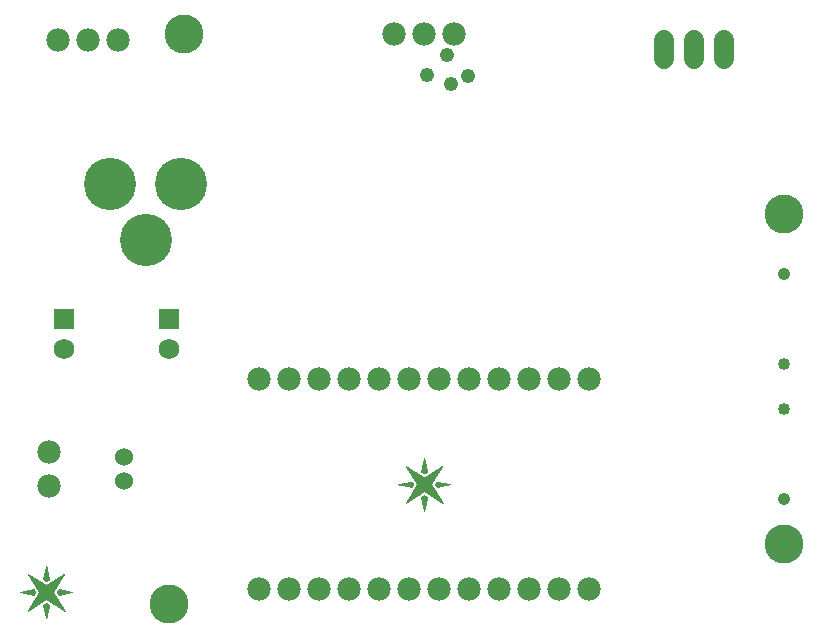
<source format=gts>
G75*
G70*
%OFA0B0*%
%FSLAX24Y24*%
%IPPOS*%
%LPD*%
%AMOC8*
5,1,8,0,0,1.08239X$1,22.5*
%
%ADD10C,0.1300*%
%ADD11C,0.0780*%
%ADD12C,0.0680*%
%ADD13R,0.0690X0.0690*%
%ADD14C,0.0690*%
%ADD15C,0.0600*%
%ADD16C,0.0010*%
%ADD17C,0.1740*%
%ADD18C,0.0400*%
%ADD19C,0.0412*%
%ADD20C,0.0480*%
D10*
X005800Y001325D03*
X026300Y003325D03*
X026300Y014325D03*
X006300Y020325D03*
D11*
X004100Y020125D03*
X003100Y020125D03*
X002100Y020125D03*
X013300Y020325D03*
X014300Y020325D03*
X015300Y020325D03*
X014800Y008825D03*
X015800Y008825D03*
X016800Y008825D03*
X017800Y008825D03*
X018800Y008825D03*
X019800Y008825D03*
X013800Y008825D03*
X012800Y008825D03*
X011800Y008825D03*
X010800Y008825D03*
X009800Y008825D03*
X008800Y008825D03*
X001800Y006395D03*
X001800Y005255D03*
X008800Y001825D03*
X009800Y001825D03*
X010800Y001825D03*
X011800Y001825D03*
X012800Y001825D03*
X013800Y001825D03*
X014800Y001825D03*
X015800Y001825D03*
X016800Y001825D03*
X017800Y001825D03*
X018800Y001825D03*
X019800Y001825D03*
D12*
X022300Y019505D02*
X022300Y020145D01*
X023300Y020145D02*
X023300Y019505D01*
X024300Y019505D02*
X024300Y020145D01*
D13*
X005800Y010825D03*
X002300Y010825D03*
D14*
X002300Y009825D03*
X005800Y009825D03*
D15*
X004300Y006219D03*
X004300Y005431D03*
D16*
X001800Y001295D02*
X001700Y000855D01*
X001600Y001295D01*
X001700Y001365D01*
X001800Y001295D01*
X001800Y001294D02*
X001600Y001294D01*
X001602Y001286D02*
X001798Y001286D01*
X001796Y001277D02*
X001604Y001277D01*
X001606Y001269D02*
X001794Y001269D01*
X001792Y001260D02*
X001608Y001260D01*
X001610Y001252D02*
X001790Y001252D01*
X001788Y001243D02*
X001612Y001243D01*
X001614Y001235D02*
X001786Y001235D01*
X001784Y001226D02*
X001616Y001226D01*
X001618Y001218D02*
X001782Y001218D01*
X001780Y001209D02*
X001620Y001209D01*
X001621Y001201D02*
X001779Y001201D01*
X001777Y001192D02*
X001623Y001192D01*
X001625Y001184D02*
X001775Y001184D01*
X001773Y001175D02*
X001627Y001175D01*
X001629Y001167D02*
X001771Y001167D01*
X001769Y001158D02*
X001631Y001158D01*
X001633Y001150D02*
X001767Y001150D01*
X001765Y001141D02*
X001635Y001141D01*
X001637Y001133D02*
X001763Y001133D01*
X001761Y001124D02*
X001639Y001124D01*
X001641Y001116D02*
X001759Y001116D01*
X001757Y001107D02*
X001643Y001107D01*
X001645Y001099D02*
X001755Y001099D01*
X001753Y001090D02*
X001647Y001090D01*
X001649Y001082D02*
X001751Y001082D01*
X001750Y001073D02*
X001650Y001073D01*
X001652Y001065D02*
X001748Y001065D01*
X001746Y001056D02*
X001654Y001056D01*
X001656Y001048D02*
X001744Y001048D01*
X001742Y001039D02*
X001658Y001039D01*
X001660Y001031D02*
X001740Y001031D01*
X001738Y001022D02*
X001662Y001022D01*
X001664Y001014D02*
X001736Y001014D01*
X001734Y001005D02*
X001666Y001005D01*
X001668Y000997D02*
X001732Y000997D01*
X001730Y000988D02*
X001670Y000988D01*
X001672Y000980D02*
X001728Y000980D01*
X001726Y000971D02*
X001674Y000971D01*
X001676Y000963D02*
X001724Y000963D01*
X001723Y000954D02*
X001677Y000954D01*
X001679Y000946D02*
X001721Y000946D01*
X001719Y000937D02*
X001681Y000937D01*
X001683Y000929D02*
X001717Y000929D01*
X001715Y000920D02*
X001685Y000920D01*
X001687Y000912D02*
X001713Y000912D01*
X001711Y000903D02*
X001689Y000903D01*
X001691Y000895D02*
X001709Y000895D01*
X001707Y000886D02*
X001693Y000886D01*
X001695Y000878D02*
X001705Y000878D01*
X001703Y000869D02*
X001697Y000869D01*
X001699Y000861D02*
X001701Y000861D01*
X001700Y001515D02*
X002320Y001105D01*
X001920Y001735D01*
X002300Y002345D01*
X001700Y001955D01*
X001090Y002335D01*
X001470Y001735D01*
X001090Y001115D01*
X001700Y001515D01*
X001713Y001507D02*
X002065Y001507D01*
X002060Y001515D02*
X001335Y001515D01*
X001330Y001507D02*
X001687Y001507D01*
X001674Y001498D02*
X001325Y001498D01*
X001320Y001490D02*
X001661Y001490D01*
X001648Y001481D02*
X001314Y001481D01*
X001309Y001473D02*
X001635Y001473D01*
X001622Y001464D02*
X001304Y001464D01*
X001299Y001456D02*
X001609Y001456D01*
X001596Y001447D02*
X001294Y001447D01*
X001288Y001439D02*
X001583Y001439D01*
X001570Y001430D02*
X001283Y001430D01*
X001278Y001422D02*
X001557Y001422D01*
X001544Y001413D02*
X001273Y001413D01*
X001267Y001405D02*
X001532Y001405D01*
X001519Y001396D02*
X001262Y001396D01*
X001257Y001388D02*
X001506Y001388D01*
X001493Y001379D02*
X001252Y001379D01*
X001247Y001371D02*
X001480Y001371D01*
X001467Y001362D02*
X001241Y001362D01*
X001236Y001354D02*
X001454Y001354D01*
X001441Y001345D02*
X001231Y001345D01*
X001226Y001337D02*
X001428Y001337D01*
X001415Y001328D02*
X001221Y001328D01*
X001215Y001320D02*
X001402Y001320D01*
X001389Y001311D02*
X001210Y001311D01*
X001205Y001303D02*
X001376Y001303D01*
X001363Y001294D02*
X001200Y001294D01*
X001195Y001286D02*
X001350Y001286D01*
X001337Y001277D02*
X001189Y001277D01*
X001184Y001269D02*
X001324Y001269D01*
X001311Y001260D02*
X001179Y001260D01*
X001174Y001252D02*
X001298Y001252D01*
X001285Y001243D02*
X001168Y001243D01*
X001163Y001235D02*
X001272Y001235D01*
X001259Y001226D02*
X001158Y001226D01*
X001153Y001218D02*
X001246Y001218D01*
X001233Y001209D02*
X001148Y001209D01*
X001142Y001201D02*
X001220Y001201D01*
X001207Y001192D02*
X001137Y001192D01*
X001132Y001184D02*
X001194Y001184D01*
X001182Y001175D02*
X001127Y001175D01*
X001122Y001167D02*
X001169Y001167D01*
X001156Y001158D02*
X001116Y001158D01*
X001111Y001150D02*
X001143Y001150D01*
X001130Y001141D02*
X001106Y001141D01*
X001101Y001133D02*
X001117Y001133D01*
X001104Y001124D02*
X001096Y001124D01*
X001091Y001116D02*
X001090Y001116D01*
X001340Y001524D02*
X002054Y001524D01*
X002049Y001532D02*
X001346Y001532D01*
X001351Y001541D02*
X002043Y001541D01*
X002038Y001549D02*
X001356Y001549D01*
X001361Y001558D02*
X002033Y001558D01*
X002027Y001566D02*
X001366Y001566D01*
X001372Y001575D02*
X002022Y001575D01*
X002016Y001583D02*
X001377Y001583D01*
X001382Y001592D02*
X002011Y001592D01*
X002006Y001600D02*
X001387Y001600D01*
X001392Y001609D02*
X002000Y001609D01*
X001995Y001617D02*
X001398Y001617D01*
X001403Y001626D02*
X001990Y001626D01*
X001984Y001634D02*
X001408Y001634D01*
X001413Y001643D02*
X001979Y001643D01*
X001973Y001651D02*
X001419Y001651D01*
X001424Y001660D02*
X001968Y001660D01*
X001963Y001668D02*
X001429Y001668D01*
X001434Y001677D02*
X001957Y001677D01*
X001952Y001685D02*
X001439Y001685D01*
X001445Y001694D02*
X001946Y001694D01*
X001941Y001702D02*
X001450Y001702D01*
X001455Y001711D02*
X001936Y001711D01*
X001930Y001719D02*
X001460Y001719D01*
X001465Y001728D02*
X001925Y001728D01*
X001921Y001736D02*
X001469Y001736D01*
X001464Y001745D02*
X001926Y001745D01*
X001931Y001753D02*
X001459Y001753D01*
X001453Y001762D02*
X001937Y001762D01*
X001942Y001770D02*
X001448Y001770D01*
X001442Y001779D02*
X001947Y001779D01*
X001952Y001787D02*
X001437Y001787D01*
X001432Y001796D02*
X001958Y001796D01*
X001963Y001804D02*
X001426Y001804D01*
X001421Y001813D02*
X001968Y001813D01*
X001974Y001821D02*
X001416Y001821D01*
X001410Y001830D02*
X001979Y001830D01*
X001984Y001838D02*
X001405Y001838D01*
X001399Y001847D02*
X001989Y001847D01*
X001995Y001855D02*
X001394Y001855D01*
X001389Y001864D02*
X002000Y001864D01*
X002005Y001872D02*
X001383Y001872D01*
X001378Y001881D02*
X002011Y001881D01*
X002016Y001889D02*
X001372Y001889D01*
X001367Y001898D02*
X002021Y001898D01*
X002027Y001906D02*
X001362Y001906D01*
X001356Y001915D02*
X002032Y001915D01*
X002037Y001923D02*
X001351Y001923D01*
X001346Y001932D02*
X002042Y001932D01*
X002048Y001940D02*
X001340Y001940D01*
X001335Y001949D02*
X002053Y001949D01*
X002058Y001957D02*
X001703Y001957D01*
X001697Y001957D02*
X001329Y001957D01*
X001324Y001966D02*
X001683Y001966D01*
X001669Y001974D02*
X001319Y001974D01*
X001313Y001983D02*
X001656Y001983D01*
X001642Y001991D02*
X001308Y001991D01*
X001302Y002000D02*
X001628Y002000D01*
X001615Y002008D02*
X001297Y002008D01*
X001292Y002017D02*
X001601Y002017D01*
X001588Y002025D02*
X001286Y002025D01*
X001281Y002034D02*
X001574Y002034D01*
X001560Y002042D02*
X001276Y002042D01*
X001270Y002051D02*
X001547Y002051D01*
X001533Y002059D02*
X001265Y002059D01*
X001259Y002068D02*
X001519Y002068D01*
X001506Y002076D02*
X001254Y002076D01*
X001249Y002085D02*
X001492Y002085D01*
X001478Y002093D02*
X001243Y002093D01*
X001238Y002102D02*
X001465Y002102D01*
X001451Y002110D02*
X001232Y002110D01*
X001227Y002119D02*
X001437Y002119D01*
X001424Y002127D02*
X001222Y002127D01*
X001216Y002136D02*
X001410Y002136D01*
X001397Y002144D02*
X001211Y002144D01*
X001206Y002153D02*
X001383Y002153D01*
X001369Y002161D02*
X001200Y002161D01*
X001195Y002170D02*
X001356Y002170D01*
X001342Y002178D02*
X001189Y002178D01*
X001184Y002187D02*
X001328Y002187D01*
X001315Y002195D02*
X001179Y002195D01*
X001173Y002204D02*
X001301Y002204D01*
X001287Y002212D02*
X001168Y002212D01*
X001162Y002221D02*
X001274Y002221D01*
X001260Y002229D02*
X001157Y002229D01*
X001152Y002238D02*
X001246Y002238D01*
X001233Y002246D02*
X001146Y002246D01*
X001141Y002255D02*
X001219Y002255D01*
X001205Y002263D02*
X001136Y002263D01*
X001130Y002272D02*
X001192Y002272D01*
X001178Y002280D02*
X001125Y002280D01*
X001119Y002289D02*
X001165Y002289D01*
X001151Y002297D02*
X001114Y002297D01*
X001109Y002306D02*
X001137Y002306D01*
X001124Y002314D02*
X001103Y002314D01*
X001098Y002323D02*
X001110Y002323D01*
X001096Y002331D02*
X001092Y002331D01*
X001173Y001804D02*
X001294Y001804D01*
X001300Y001796D02*
X001129Y001796D01*
X001086Y001787D02*
X001305Y001787D01*
X001311Y001779D02*
X001043Y001779D01*
X000999Y001770D02*
X001317Y001770D01*
X001322Y001762D02*
X000956Y001762D01*
X000912Y001753D02*
X001328Y001753D01*
X001334Y001745D02*
X000869Y001745D01*
X000858Y001728D02*
X001335Y001728D01*
X001340Y001735D02*
X001280Y001825D01*
X000820Y001735D01*
X001280Y001645D01*
X001340Y001735D01*
X001339Y001736D02*
X000825Y001736D01*
X000902Y001719D02*
X001329Y001719D01*
X001324Y001711D02*
X000945Y001711D01*
X000988Y001702D02*
X001318Y001702D01*
X001312Y001694D02*
X001032Y001694D01*
X001075Y001685D02*
X001307Y001685D01*
X001301Y001677D02*
X001119Y001677D01*
X001162Y001668D02*
X001295Y001668D01*
X001290Y001660D02*
X001206Y001660D01*
X001249Y001651D02*
X001284Y001651D01*
X001288Y001813D02*
X001216Y001813D01*
X001260Y001821D02*
X001283Y001821D01*
X001716Y001966D02*
X002064Y001966D01*
X002069Y001974D02*
X001729Y001974D01*
X001742Y001983D02*
X002074Y001983D01*
X002080Y001991D02*
X001755Y001991D01*
X001769Y002000D02*
X002085Y002000D01*
X002090Y002008D02*
X001782Y002008D01*
X001795Y002017D02*
X002095Y002017D01*
X002101Y002025D02*
X001808Y002025D01*
X001821Y002034D02*
X002106Y002034D01*
X002111Y002042D02*
X001834Y002042D01*
X001847Y002051D02*
X002117Y002051D01*
X002122Y002059D02*
X001860Y002059D01*
X001873Y002068D02*
X002127Y002068D01*
X002132Y002076D02*
X001886Y002076D01*
X001899Y002085D02*
X002138Y002085D01*
X002143Y002093D02*
X001912Y002093D01*
X001925Y002102D02*
X002148Y002102D01*
X002154Y002110D02*
X001939Y002110D01*
X001952Y002119D02*
X002159Y002119D01*
X002164Y002127D02*
X001965Y002127D01*
X001978Y002136D02*
X002170Y002136D01*
X002175Y002144D02*
X001991Y002144D01*
X002004Y002153D02*
X002180Y002153D01*
X002185Y002161D02*
X002017Y002161D01*
X002030Y002170D02*
X002191Y002170D01*
X002196Y002178D02*
X002043Y002178D01*
X002056Y002187D02*
X002201Y002187D01*
X002207Y002195D02*
X002069Y002195D01*
X002082Y002204D02*
X002212Y002204D01*
X002217Y002212D02*
X002095Y002212D01*
X002109Y002221D02*
X002222Y002221D01*
X002228Y002229D02*
X002122Y002229D01*
X002135Y002238D02*
X002233Y002238D01*
X002238Y002246D02*
X002148Y002246D01*
X002161Y002255D02*
X002244Y002255D01*
X002249Y002263D02*
X002174Y002263D01*
X002187Y002272D02*
X002254Y002272D01*
X002260Y002280D02*
X002200Y002280D01*
X002213Y002289D02*
X002265Y002289D01*
X002270Y002297D02*
X002226Y002297D01*
X002239Y002306D02*
X002275Y002306D01*
X002281Y002314D02*
X002252Y002314D01*
X002265Y002323D02*
X002286Y002323D01*
X002291Y002331D02*
X002279Y002331D01*
X002292Y002340D02*
X002297Y002340D01*
X001784Y002229D02*
X001616Y002229D01*
X001614Y002221D02*
X001786Y002221D01*
X001788Y002212D02*
X001612Y002212D01*
X001611Y002204D02*
X001789Y002204D01*
X001791Y002195D02*
X001609Y002195D01*
X001607Y002187D02*
X001793Y002187D01*
X001795Y002178D02*
X001605Y002178D01*
X001603Y002170D02*
X001797Y002170D01*
X001799Y002161D02*
X001601Y002161D01*
X001600Y002155D02*
X001700Y002095D01*
X001800Y002155D01*
X001700Y002615D01*
X001600Y002155D01*
X001604Y002153D02*
X001796Y002153D01*
X001782Y002144D02*
X001618Y002144D01*
X001632Y002136D02*
X001768Y002136D01*
X001753Y002127D02*
X001647Y002127D01*
X001661Y002119D02*
X001739Y002119D01*
X001725Y002110D02*
X001675Y002110D01*
X001689Y002102D02*
X001711Y002102D01*
X001782Y002238D02*
X001618Y002238D01*
X001620Y002246D02*
X001780Y002246D01*
X001778Y002255D02*
X001622Y002255D01*
X001623Y002263D02*
X001777Y002263D01*
X001775Y002272D02*
X001625Y002272D01*
X001627Y002280D02*
X001773Y002280D01*
X001771Y002289D02*
X001629Y002289D01*
X001631Y002297D02*
X001769Y002297D01*
X001767Y002306D02*
X001633Y002306D01*
X001635Y002314D02*
X001765Y002314D01*
X001764Y002323D02*
X001636Y002323D01*
X001638Y002331D02*
X001762Y002331D01*
X001760Y002340D02*
X001640Y002340D01*
X001642Y002348D02*
X001758Y002348D01*
X001756Y002357D02*
X001644Y002357D01*
X001646Y002365D02*
X001754Y002365D01*
X001752Y002374D02*
X001648Y002374D01*
X001649Y002382D02*
X001751Y002382D01*
X001749Y002391D02*
X001651Y002391D01*
X001653Y002399D02*
X001747Y002399D01*
X001745Y002408D02*
X001655Y002408D01*
X001657Y002416D02*
X001743Y002416D01*
X001741Y002425D02*
X001659Y002425D01*
X001660Y002433D02*
X001740Y002433D01*
X001738Y002442D02*
X001662Y002442D01*
X001664Y002450D02*
X001736Y002450D01*
X001734Y002459D02*
X001666Y002459D01*
X001668Y002467D02*
X001732Y002467D01*
X001730Y002476D02*
X001670Y002476D01*
X001672Y002484D02*
X001728Y002484D01*
X001727Y002493D02*
X001673Y002493D01*
X001675Y002501D02*
X001725Y002501D01*
X001723Y002510D02*
X001677Y002510D01*
X001679Y002518D02*
X001721Y002518D01*
X001719Y002527D02*
X001681Y002527D01*
X001683Y002535D02*
X001717Y002535D01*
X001716Y002544D02*
X001684Y002544D01*
X001686Y002552D02*
X001714Y002552D01*
X001712Y002561D02*
X001688Y002561D01*
X001690Y002569D02*
X001710Y002569D01*
X001708Y002578D02*
X001692Y002578D01*
X001694Y002586D02*
X001706Y002586D01*
X001704Y002595D02*
X001696Y002595D01*
X001697Y002603D02*
X001703Y002603D01*
X001699Y002612D02*
X001701Y002612D01*
X002120Y001825D02*
X002560Y001735D01*
X002120Y001645D01*
X002060Y001735D01*
X002120Y001825D01*
X002117Y001821D02*
X002139Y001821D01*
X002112Y001813D02*
X002181Y001813D01*
X002222Y001804D02*
X002106Y001804D01*
X002100Y001796D02*
X002264Y001796D01*
X002306Y001787D02*
X002095Y001787D01*
X002089Y001779D02*
X002347Y001779D01*
X002389Y001770D02*
X002083Y001770D01*
X002078Y001762D02*
X002430Y001762D01*
X002472Y001753D02*
X002072Y001753D01*
X002066Y001745D02*
X002513Y001745D01*
X002524Y001728D02*
X002065Y001728D01*
X002061Y001736D02*
X002555Y001736D01*
X002482Y001719D02*
X002071Y001719D01*
X002076Y001711D02*
X002440Y001711D01*
X002399Y001702D02*
X002082Y001702D01*
X002088Y001694D02*
X002357Y001694D01*
X002316Y001685D02*
X002093Y001685D01*
X002099Y001677D02*
X002274Y001677D01*
X002233Y001668D02*
X002105Y001668D01*
X002110Y001660D02*
X002191Y001660D01*
X002150Y001651D02*
X002116Y001651D01*
X002070Y001498D02*
X001726Y001498D01*
X001739Y001490D02*
X002076Y001490D01*
X002081Y001481D02*
X001751Y001481D01*
X001764Y001473D02*
X002087Y001473D01*
X002092Y001464D02*
X001777Y001464D01*
X001790Y001456D02*
X002097Y001456D01*
X002103Y001447D02*
X001803Y001447D01*
X001816Y001439D02*
X002108Y001439D01*
X002114Y001430D02*
X001828Y001430D01*
X001841Y001422D02*
X002119Y001422D01*
X002124Y001413D02*
X001854Y001413D01*
X001867Y001405D02*
X002130Y001405D01*
X002135Y001396D02*
X001880Y001396D01*
X001893Y001388D02*
X002141Y001388D01*
X002146Y001379D02*
X001906Y001379D01*
X001918Y001371D02*
X002151Y001371D01*
X002157Y001362D02*
X001931Y001362D01*
X001944Y001354D02*
X002162Y001354D01*
X002168Y001345D02*
X001957Y001345D01*
X001970Y001337D02*
X002173Y001337D01*
X002178Y001328D02*
X001983Y001328D01*
X001996Y001320D02*
X002184Y001320D01*
X002189Y001311D02*
X002008Y001311D01*
X002021Y001303D02*
X002195Y001303D01*
X002200Y001294D02*
X002034Y001294D01*
X002047Y001286D02*
X002205Y001286D01*
X002211Y001277D02*
X002060Y001277D01*
X002073Y001269D02*
X002216Y001269D01*
X002222Y001260D02*
X002086Y001260D01*
X002098Y001252D02*
X002227Y001252D01*
X002232Y001243D02*
X002111Y001243D01*
X002124Y001235D02*
X002238Y001235D01*
X002243Y001226D02*
X002137Y001226D01*
X002150Y001218D02*
X002249Y001218D01*
X002254Y001209D02*
X002163Y001209D01*
X002176Y001201D02*
X002259Y001201D01*
X002265Y001192D02*
X002188Y001192D01*
X002201Y001184D02*
X002270Y001184D01*
X002276Y001175D02*
X002214Y001175D01*
X002227Y001167D02*
X002281Y001167D01*
X002286Y001158D02*
X002240Y001158D01*
X002253Y001150D02*
X002292Y001150D01*
X002297Y001141D02*
X002266Y001141D01*
X002278Y001133D02*
X002303Y001133D01*
X002308Y001124D02*
X002291Y001124D01*
X002304Y001116D02*
X002313Y001116D01*
X002317Y001107D02*
X002319Y001107D01*
X001789Y001303D02*
X001611Y001303D01*
X001623Y001311D02*
X001777Y001311D01*
X001765Y001320D02*
X001635Y001320D01*
X001647Y001328D02*
X001753Y001328D01*
X001741Y001337D02*
X001659Y001337D01*
X001671Y001345D02*
X001729Y001345D01*
X001716Y001354D02*
X001684Y001354D01*
X001696Y001362D02*
X001704Y001362D01*
X013420Y005325D02*
X013880Y005415D01*
X013940Y005325D01*
X013880Y005235D01*
X013420Y005325D01*
X013429Y005323D02*
X013939Y005323D01*
X013936Y005332D02*
X013454Y005332D01*
X013473Y005315D02*
X013933Y005315D01*
X013927Y005306D02*
X013516Y005306D01*
X013497Y005340D02*
X013930Y005340D01*
X013924Y005349D02*
X013541Y005349D01*
X013584Y005357D02*
X013919Y005357D01*
X013913Y005366D02*
X013628Y005366D01*
X013671Y005374D02*
X013907Y005374D01*
X013902Y005383D02*
X013715Y005383D01*
X013758Y005391D02*
X013896Y005391D01*
X013890Y005400D02*
X013802Y005400D01*
X013845Y005408D02*
X013885Y005408D01*
X013980Y005468D02*
X014609Y005468D01*
X014614Y005476D02*
X013974Y005476D01*
X013969Y005485D02*
X014619Y005485D01*
X014625Y005493D02*
X013964Y005493D01*
X013958Y005502D02*
X014630Y005502D01*
X014635Y005510D02*
X013953Y005510D01*
X013947Y005519D02*
X014641Y005519D01*
X014646Y005527D02*
X013942Y005527D01*
X013937Y005536D02*
X014651Y005536D01*
X014657Y005544D02*
X013931Y005544D01*
X013926Y005553D02*
X014288Y005553D01*
X014300Y005545D02*
X013690Y005925D01*
X014070Y005325D01*
X013690Y004705D01*
X014300Y005105D01*
X014920Y004695D01*
X014520Y005325D01*
X014900Y005935D01*
X014300Y005545D01*
X014312Y005553D02*
X014662Y005553D01*
X014667Y005561D02*
X014325Y005561D01*
X014338Y005570D02*
X014672Y005570D01*
X014678Y005578D02*
X014351Y005578D01*
X014364Y005587D02*
X014683Y005587D01*
X014688Y005595D02*
X014377Y005595D01*
X014390Y005604D02*
X014694Y005604D01*
X014699Y005612D02*
X014403Y005612D01*
X014416Y005621D02*
X014704Y005621D01*
X014709Y005629D02*
X014429Y005629D01*
X014443Y005638D02*
X014715Y005638D01*
X014720Y005646D02*
X014456Y005646D01*
X014469Y005655D02*
X014725Y005655D01*
X014731Y005663D02*
X014482Y005663D01*
X014495Y005672D02*
X014736Y005672D01*
X014741Y005680D02*
X014508Y005680D01*
X014521Y005689D02*
X014747Y005689D01*
X014752Y005697D02*
X014534Y005697D01*
X014547Y005706D02*
X014757Y005706D01*
X014762Y005714D02*
X014560Y005714D01*
X014573Y005723D02*
X014768Y005723D01*
X014773Y005731D02*
X014586Y005731D01*
X014599Y005740D02*
X014778Y005740D01*
X014784Y005748D02*
X014613Y005748D01*
X014626Y005757D02*
X014789Y005757D01*
X014794Y005765D02*
X014639Y005765D01*
X014652Y005774D02*
X014799Y005774D01*
X014805Y005782D02*
X014665Y005782D01*
X014678Y005791D02*
X014810Y005791D01*
X014815Y005799D02*
X014691Y005799D01*
X014704Y005808D02*
X014821Y005808D01*
X014826Y005816D02*
X014717Y005816D01*
X014730Y005825D02*
X014831Y005825D01*
X014837Y005833D02*
X014743Y005833D01*
X014756Y005842D02*
X014842Y005842D01*
X014847Y005850D02*
X014769Y005850D01*
X014783Y005859D02*
X014852Y005859D01*
X014858Y005867D02*
X014796Y005867D01*
X014809Y005876D02*
X014863Y005876D01*
X014868Y005884D02*
X014822Y005884D01*
X014835Y005893D02*
X014874Y005893D01*
X014879Y005901D02*
X014848Y005901D01*
X014861Y005910D02*
X014884Y005910D01*
X014890Y005918D02*
X014874Y005918D01*
X014887Y005927D02*
X014895Y005927D01*
X014385Y005816D02*
X014215Y005816D01*
X014214Y005808D02*
X014386Y005808D01*
X014388Y005799D02*
X014212Y005799D01*
X014210Y005791D02*
X014390Y005791D01*
X014392Y005782D02*
X014208Y005782D01*
X014206Y005774D02*
X014394Y005774D01*
X014396Y005765D02*
X014204Y005765D01*
X014203Y005757D02*
X014397Y005757D01*
X014399Y005748D02*
X014201Y005748D01*
X014200Y005745D02*
X014300Y005685D01*
X014400Y005745D01*
X014300Y006205D01*
X014200Y005745D01*
X014209Y005740D02*
X014391Y005740D01*
X014377Y005731D02*
X014223Y005731D01*
X014237Y005723D02*
X014363Y005723D01*
X014349Y005714D02*
X014251Y005714D01*
X014266Y005706D02*
X014334Y005706D01*
X014320Y005697D02*
X014280Y005697D01*
X014294Y005689D02*
X014306Y005689D01*
X014233Y005587D02*
X013904Y005587D01*
X013899Y005595D02*
X014219Y005595D01*
X014206Y005604D02*
X013894Y005604D01*
X013888Y005612D02*
X014192Y005612D01*
X014179Y005621D02*
X013883Y005621D01*
X013877Y005629D02*
X014165Y005629D01*
X014151Y005638D02*
X013872Y005638D01*
X013867Y005646D02*
X014138Y005646D01*
X014124Y005655D02*
X013861Y005655D01*
X013856Y005663D02*
X014110Y005663D01*
X014097Y005672D02*
X013850Y005672D01*
X013845Y005680D02*
X014083Y005680D01*
X014069Y005689D02*
X013840Y005689D01*
X013834Y005697D02*
X014056Y005697D01*
X014042Y005706D02*
X013829Y005706D01*
X013824Y005714D02*
X014028Y005714D01*
X014015Y005723D02*
X013818Y005723D01*
X013813Y005731D02*
X014001Y005731D01*
X013988Y005740D02*
X013807Y005740D01*
X013802Y005748D02*
X013974Y005748D01*
X013960Y005757D02*
X013797Y005757D01*
X013791Y005765D02*
X013947Y005765D01*
X013933Y005774D02*
X013786Y005774D01*
X013780Y005782D02*
X013919Y005782D01*
X013906Y005791D02*
X013775Y005791D01*
X013770Y005799D02*
X013892Y005799D01*
X013878Y005808D02*
X013764Y005808D01*
X013759Y005816D02*
X013865Y005816D01*
X013851Y005825D02*
X013754Y005825D01*
X013748Y005833D02*
X013837Y005833D01*
X013824Y005842D02*
X013743Y005842D01*
X013737Y005850D02*
X013810Y005850D01*
X013796Y005859D02*
X013732Y005859D01*
X013727Y005867D02*
X013783Y005867D01*
X013769Y005876D02*
X013721Y005876D01*
X013716Y005884D02*
X013756Y005884D01*
X013742Y005893D02*
X013710Y005893D01*
X013705Y005901D02*
X013728Y005901D01*
X013715Y005910D02*
X013700Y005910D01*
X013701Y005918D02*
X013694Y005918D01*
X013910Y005578D02*
X014247Y005578D01*
X014260Y005570D02*
X013915Y005570D01*
X013920Y005561D02*
X014274Y005561D01*
X014217Y005825D02*
X014383Y005825D01*
X014381Y005833D02*
X014219Y005833D01*
X014221Y005842D02*
X014379Y005842D01*
X014377Y005850D02*
X014223Y005850D01*
X014225Y005859D02*
X014375Y005859D01*
X014373Y005867D02*
X014227Y005867D01*
X014228Y005876D02*
X014372Y005876D01*
X014370Y005884D02*
X014230Y005884D01*
X014232Y005893D02*
X014368Y005893D01*
X014366Y005901D02*
X014234Y005901D01*
X014236Y005910D02*
X014364Y005910D01*
X014362Y005918D02*
X014238Y005918D01*
X014239Y005927D02*
X014361Y005927D01*
X014359Y005935D02*
X014241Y005935D01*
X014243Y005944D02*
X014357Y005944D01*
X014355Y005952D02*
X014245Y005952D01*
X014247Y005961D02*
X014353Y005961D01*
X014351Y005969D02*
X014249Y005969D01*
X014251Y005978D02*
X014349Y005978D01*
X014348Y005986D02*
X014252Y005986D01*
X014254Y005995D02*
X014346Y005995D01*
X014344Y006003D02*
X014256Y006003D01*
X014258Y006012D02*
X014342Y006012D01*
X014340Y006020D02*
X014260Y006020D01*
X014262Y006029D02*
X014338Y006029D01*
X014336Y006037D02*
X014264Y006037D01*
X014265Y006046D02*
X014335Y006046D01*
X014333Y006054D02*
X014267Y006054D01*
X014269Y006063D02*
X014331Y006063D01*
X014329Y006071D02*
X014271Y006071D01*
X014273Y006080D02*
X014327Y006080D01*
X014325Y006088D02*
X014275Y006088D01*
X014276Y006097D02*
X014324Y006097D01*
X014322Y006105D02*
X014278Y006105D01*
X014280Y006114D02*
X014320Y006114D01*
X014318Y006122D02*
X014282Y006122D01*
X014284Y006131D02*
X014316Y006131D01*
X014314Y006139D02*
X014286Y006139D01*
X014288Y006148D02*
X014312Y006148D01*
X014311Y006156D02*
X014289Y006156D01*
X014291Y006165D02*
X014309Y006165D01*
X014307Y006173D02*
X014293Y006173D01*
X014295Y006182D02*
X014305Y006182D01*
X014303Y006190D02*
X014297Y006190D01*
X014299Y006199D02*
X014301Y006199D01*
X014604Y005459D02*
X013985Y005459D01*
X013990Y005451D02*
X014598Y005451D01*
X014593Y005442D02*
X013996Y005442D01*
X014001Y005434D02*
X014588Y005434D01*
X014582Y005425D02*
X014007Y005425D01*
X014012Y005417D02*
X014577Y005417D01*
X014572Y005408D02*
X014017Y005408D01*
X014023Y005400D02*
X014567Y005400D01*
X014561Y005391D02*
X014028Y005391D01*
X014033Y005383D02*
X014556Y005383D01*
X014551Y005374D02*
X014039Y005374D01*
X014044Y005366D02*
X014545Y005366D01*
X014540Y005357D02*
X014050Y005357D01*
X014055Y005349D02*
X014535Y005349D01*
X014529Y005340D02*
X014060Y005340D01*
X014066Y005332D02*
X014524Y005332D01*
X014521Y005323D02*
X014069Y005323D01*
X014064Y005315D02*
X014527Y005315D01*
X014532Y005306D02*
X014058Y005306D01*
X014053Y005298D02*
X014537Y005298D01*
X014543Y005289D02*
X014048Y005289D01*
X014043Y005281D02*
X014548Y005281D01*
X014554Y005272D02*
X014038Y005272D01*
X014032Y005264D02*
X014559Y005264D01*
X014564Y005255D02*
X014027Y005255D01*
X014022Y005247D02*
X014570Y005247D01*
X014575Y005238D02*
X014017Y005238D01*
X014012Y005230D02*
X014581Y005230D01*
X014586Y005221D02*
X014006Y005221D01*
X014001Y005213D02*
X014591Y005213D01*
X014597Y005204D02*
X013996Y005204D01*
X013991Y005196D02*
X014602Y005196D01*
X014608Y005187D02*
X013986Y005187D01*
X013980Y005179D02*
X014613Y005179D01*
X014618Y005170D02*
X013975Y005170D01*
X013970Y005162D02*
X014624Y005162D01*
X014629Y005153D02*
X013965Y005153D01*
X013959Y005145D02*
X014635Y005145D01*
X014640Y005136D02*
X013954Y005136D01*
X013949Y005128D02*
X014645Y005128D01*
X014651Y005119D02*
X013944Y005119D01*
X013939Y005111D02*
X014656Y005111D01*
X014661Y005102D02*
X014304Y005102D01*
X014296Y005102D02*
X013933Y005102D01*
X013928Y005094D02*
X014283Y005094D01*
X014270Y005085D02*
X013923Y005085D01*
X013918Y005077D02*
X014257Y005077D01*
X014244Y005068D02*
X013913Y005068D01*
X013907Y005060D02*
X014231Y005060D01*
X014218Y005051D02*
X013902Y005051D01*
X013897Y005043D02*
X014205Y005043D01*
X014192Y005034D02*
X013892Y005034D01*
X013887Y005026D02*
X014179Y005026D01*
X014166Y005017D02*
X013881Y005017D01*
X013876Y005009D02*
X014153Y005009D01*
X014140Y005000D02*
X013871Y005000D01*
X013866Y004992D02*
X014127Y004992D01*
X014114Y004983D02*
X013860Y004983D01*
X013855Y004975D02*
X014101Y004975D01*
X014088Y004966D02*
X013850Y004966D01*
X013845Y004958D02*
X014075Y004958D01*
X014062Y004949D02*
X013840Y004949D01*
X013834Y004941D02*
X014049Y004941D01*
X014036Y004932D02*
X013829Y004932D01*
X013824Y004924D02*
X014023Y004924D01*
X014010Y004915D02*
X013819Y004915D01*
X013814Y004907D02*
X013997Y004907D01*
X013985Y004898D02*
X013808Y004898D01*
X013803Y004890D02*
X013972Y004890D01*
X013959Y004881D02*
X013798Y004881D01*
X013793Y004873D02*
X013946Y004873D01*
X013933Y004864D02*
X013788Y004864D01*
X013782Y004856D02*
X013920Y004856D01*
X013907Y004847D02*
X013777Y004847D01*
X013772Y004839D02*
X013894Y004839D01*
X013881Y004830D02*
X013767Y004830D01*
X013761Y004822D02*
X013868Y004822D01*
X013855Y004813D02*
X013756Y004813D01*
X013751Y004805D02*
X013842Y004805D01*
X013829Y004796D02*
X013746Y004796D01*
X013741Y004788D02*
X013816Y004788D01*
X013803Y004779D02*
X013735Y004779D01*
X013730Y004771D02*
X013790Y004771D01*
X013777Y004762D02*
X013725Y004762D01*
X013720Y004754D02*
X013764Y004754D01*
X013751Y004745D02*
X013715Y004745D01*
X013709Y004737D02*
X013738Y004737D01*
X013725Y004728D02*
X013704Y004728D01*
X013699Y004720D02*
X013712Y004720D01*
X013699Y004711D02*
X013694Y004711D01*
X014212Y004830D02*
X014388Y004830D01*
X014386Y004822D02*
X014214Y004822D01*
X014216Y004813D02*
X014384Y004813D01*
X014382Y004805D02*
X014218Y004805D01*
X014220Y004796D02*
X014380Y004796D01*
X014378Y004788D02*
X014222Y004788D01*
X014224Y004779D02*
X014376Y004779D01*
X014374Y004771D02*
X014226Y004771D01*
X014228Y004762D02*
X014372Y004762D01*
X014370Y004754D02*
X014230Y004754D01*
X014232Y004745D02*
X014368Y004745D01*
X014366Y004737D02*
X014234Y004737D01*
X014236Y004728D02*
X014364Y004728D01*
X014362Y004720D02*
X014238Y004720D01*
X014240Y004711D02*
X014360Y004711D01*
X014359Y004703D02*
X014241Y004703D01*
X014243Y004694D02*
X014357Y004694D01*
X014355Y004686D02*
X014245Y004686D01*
X014247Y004677D02*
X014353Y004677D01*
X014351Y004669D02*
X014249Y004669D01*
X014251Y004660D02*
X014349Y004660D01*
X014347Y004652D02*
X014253Y004652D01*
X014255Y004643D02*
X014345Y004643D01*
X014343Y004635D02*
X014257Y004635D01*
X014259Y004626D02*
X014341Y004626D01*
X014339Y004618D02*
X014261Y004618D01*
X014263Y004609D02*
X014337Y004609D01*
X014335Y004601D02*
X014265Y004601D01*
X014267Y004592D02*
X014333Y004592D01*
X014332Y004584D02*
X014268Y004584D01*
X014270Y004575D02*
X014330Y004575D01*
X014328Y004567D02*
X014272Y004567D01*
X014274Y004558D02*
X014326Y004558D01*
X014324Y004550D02*
X014276Y004550D01*
X014278Y004541D02*
X014322Y004541D01*
X014320Y004533D02*
X014280Y004533D01*
X014282Y004524D02*
X014318Y004524D01*
X014316Y004516D02*
X014284Y004516D01*
X014286Y004507D02*
X014314Y004507D01*
X014312Y004499D02*
X014288Y004499D01*
X014290Y004490D02*
X014310Y004490D01*
X014308Y004482D02*
X014292Y004482D01*
X014294Y004473D02*
X014306Y004473D01*
X014304Y004465D02*
X014296Y004465D01*
X014297Y004456D02*
X014303Y004456D01*
X014299Y004448D02*
X014301Y004448D01*
X014300Y004445D02*
X014400Y004885D01*
X014300Y004955D01*
X014200Y004885D01*
X014300Y004445D01*
X014211Y004839D02*
X014389Y004839D01*
X014391Y004847D02*
X014209Y004847D01*
X014207Y004856D02*
X014393Y004856D01*
X014395Y004864D02*
X014205Y004864D01*
X014203Y004873D02*
X014397Y004873D01*
X014399Y004881D02*
X014201Y004881D01*
X014207Y004890D02*
X014393Y004890D01*
X014381Y004898D02*
X014219Y004898D01*
X014231Y004907D02*
X014369Y004907D01*
X014357Y004915D02*
X014243Y004915D01*
X014255Y004924D02*
X014345Y004924D01*
X014333Y004932D02*
X014267Y004932D01*
X014279Y004941D02*
X014321Y004941D01*
X014308Y004949D02*
X014292Y004949D01*
X014369Y005060D02*
X014688Y005060D01*
X014683Y005068D02*
X014356Y005068D01*
X014343Y005077D02*
X014678Y005077D01*
X014672Y005085D02*
X014330Y005085D01*
X014317Y005094D02*
X014667Y005094D01*
X014694Y005051D02*
X014381Y005051D01*
X014394Y005043D02*
X014699Y005043D01*
X014705Y005034D02*
X014407Y005034D01*
X014420Y005026D02*
X014710Y005026D01*
X014715Y005017D02*
X014433Y005017D01*
X014446Y005009D02*
X014721Y005009D01*
X014726Y005000D02*
X014459Y005000D01*
X014471Y004992D02*
X014732Y004992D01*
X014737Y004983D02*
X014484Y004983D01*
X014497Y004975D02*
X014742Y004975D01*
X014748Y004966D02*
X014510Y004966D01*
X014523Y004958D02*
X014753Y004958D01*
X014759Y004949D02*
X014536Y004949D01*
X014549Y004941D02*
X014764Y004941D01*
X014769Y004932D02*
X014561Y004932D01*
X014574Y004924D02*
X014775Y004924D01*
X014780Y004915D02*
X014587Y004915D01*
X014600Y004907D02*
X014786Y004907D01*
X014791Y004898D02*
X014613Y004898D01*
X014626Y004890D02*
X014796Y004890D01*
X014802Y004881D02*
X014639Y004881D01*
X014651Y004873D02*
X014807Y004873D01*
X014813Y004864D02*
X014664Y004864D01*
X014677Y004856D02*
X014818Y004856D01*
X014823Y004847D02*
X014690Y004847D01*
X014703Y004839D02*
X014829Y004839D01*
X014834Y004830D02*
X014716Y004830D01*
X014729Y004822D02*
X014840Y004822D01*
X014845Y004813D02*
X014741Y004813D01*
X014754Y004805D02*
X014850Y004805D01*
X014856Y004796D02*
X014767Y004796D01*
X014780Y004788D02*
X014861Y004788D01*
X014867Y004779D02*
X014793Y004779D01*
X014806Y004771D02*
X014872Y004771D01*
X014877Y004762D02*
X014818Y004762D01*
X014831Y004754D02*
X014883Y004754D01*
X014888Y004745D02*
X014844Y004745D01*
X014857Y004737D02*
X014894Y004737D01*
X014899Y004728D02*
X014870Y004728D01*
X014883Y004720D02*
X014904Y004720D01*
X014910Y004711D02*
X014896Y004711D01*
X014908Y004703D02*
X014915Y004703D01*
X014818Y005255D02*
X014707Y005255D01*
X014712Y005247D02*
X014777Y005247D01*
X014735Y005238D02*
X014718Y005238D01*
X014720Y005235D02*
X015160Y005325D01*
X014720Y005415D01*
X014660Y005325D01*
X014720Y005235D01*
X014701Y005264D02*
X014860Y005264D01*
X014902Y005272D02*
X014695Y005272D01*
X014690Y005281D02*
X014943Y005281D01*
X014985Y005289D02*
X014684Y005289D01*
X014678Y005298D02*
X015026Y005298D01*
X015068Y005306D02*
X014673Y005306D01*
X014667Y005315D02*
X015109Y005315D01*
X015128Y005332D02*
X014664Y005332D01*
X014661Y005323D02*
X015151Y005323D01*
X015086Y005340D02*
X014670Y005340D01*
X014676Y005349D02*
X015044Y005349D01*
X015003Y005357D02*
X014681Y005357D01*
X014687Y005366D02*
X014961Y005366D01*
X014920Y005374D02*
X014693Y005374D01*
X014698Y005383D02*
X014878Y005383D01*
X014837Y005391D02*
X014704Y005391D01*
X014710Y005400D02*
X014795Y005400D01*
X014754Y005408D02*
X014715Y005408D01*
X013922Y005298D02*
X013560Y005298D01*
X013603Y005289D02*
X013916Y005289D01*
X013910Y005281D02*
X013647Y005281D01*
X013690Y005272D02*
X013905Y005272D01*
X013899Y005264D02*
X013734Y005264D01*
X013777Y005255D02*
X013893Y005255D01*
X013888Y005247D02*
X013820Y005247D01*
X013864Y005238D02*
X013882Y005238D01*
D17*
X005013Y013475D03*
X006194Y015325D03*
X003831Y015325D03*
D18*
X026300Y009325D03*
X026300Y007825D03*
D19*
X026300Y004825D03*
X026300Y012325D03*
D20*
X015200Y018675D03*
X015750Y018925D03*
X015050Y019625D03*
X014400Y018975D03*
M02*

</source>
